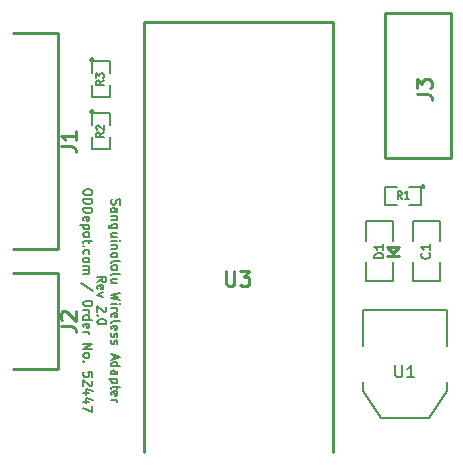
<source format=gto>
G04 (created by PCBNEW-RS274X (2011-nov-30)-testing) date Fri 20 Jul 2012 01:00:30 PM CDT*
%MOIN*%
G04 Gerber Fmt 3.4, Leading zero omitted, Abs format*
%FSLAX34Y34*%
G01*
G70*
G90*
G04 APERTURE LIST*
%ADD10C,0.006*%
%ADD11C,0.005*%
%ADD12C,0.008*%
%ADD13C,0.01*%
G04 APERTURE END LIST*
G54D10*
G54D11*
X50063Y-39217D02*
X50048Y-39259D01*
X50048Y-39330D01*
X50063Y-39359D01*
X50077Y-39373D01*
X50105Y-39387D01*
X50134Y-39387D01*
X50162Y-39373D01*
X50176Y-39359D01*
X50190Y-39330D01*
X50204Y-39274D01*
X50219Y-39245D01*
X50233Y-39231D01*
X50261Y-39217D01*
X50290Y-39217D01*
X50318Y-39231D01*
X50332Y-39245D01*
X50346Y-39274D01*
X50346Y-39344D01*
X50332Y-39387D01*
X50048Y-39643D02*
X50204Y-39643D01*
X50233Y-39628D01*
X50247Y-39600D01*
X50247Y-39543D01*
X50233Y-39515D01*
X50063Y-39643D02*
X50048Y-39614D01*
X50048Y-39543D01*
X50063Y-39515D01*
X50091Y-39501D01*
X50119Y-39501D01*
X50148Y-39515D01*
X50162Y-39543D01*
X50162Y-39614D01*
X50176Y-39643D01*
X50247Y-39785D02*
X50048Y-39785D01*
X50219Y-39785D02*
X50233Y-39799D01*
X50247Y-39828D01*
X50247Y-39870D01*
X50233Y-39898D01*
X50204Y-39913D01*
X50048Y-39913D01*
X50247Y-40183D02*
X50006Y-40183D01*
X49977Y-40168D01*
X49963Y-40154D01*
X49949Y-40126D01*
X49949Y-40083D01*
X49963Y-40055D01*
X50063Y-40183D02*
X50048Y-40154D01*
X50048Y-40098D01*
X50063Y-40069D01*
X50077Y-40055D01*
X50105Y-40041D01*
X50190Y-40041D01*
X50219Y-40055D01*
X50233Y-40069D01*
X50247Y-40098D01*
X50247Y-40154D01*
X50233Y-40183D01*
X50247Y-40453D02*
X50048Y-40453D01*
X50247Y-40325D02*
X50091Y-40325D01*
X50063Y-40339D01*
X50048Y-40368D01*
X50048Y-40410D01*
X50063Y-40438D01*
X50077Y-40453D01*
X50048Y-40595D02*
X50247Y-40595D01*
X50346Y-40595D02*
X50332Y-40581D01*
X50318Y-40595D01*
X50332Y-40609D01*
X50346Y-40595D01*
X50318Y-40595D01*
X50247Y-40737D02*
X50048Y-40737D01*
X50219Y-40737D02*
X50233Y-40751D01*
X50247Y-40780D01*
X50247Y-40822D01*
X50233Y-40850D01*
X50204Y-40865D01*
X50048Y-40865D01*
X50048Y-41050D02*
X50063Y-41021D01*
X50077Y-41007D01*
X50105Y-40993D01*
X50190Y-40993D01*
X50219Y-41007D01*
X50233Y-41021D01*
X50247Y-41050D01*
X50247Y-41092D01*
X50233Y-41120D01*
X50219Y-41135D01*
X50190Y-41149D01*
X50105Y-41149D01*
X50077Y-41135D01*
X50063Y-41120D01*
X50048Y-41092D01*
X50048Y-41050D01*
X50048Y-41320D02*
X50063Y-41291D01*
X50091Y-41277D01*
X50346Y-41277D01*
X50048Y-41476D02*
X50063Y-41447D01*
X50077Y-41433D01*
X50105Y-41419D01*
X50190Y-41419D01*
X50219Y-41433D01*
X50233Y-41447D01*
X50247Y-41476D01*
X50247Y-41518D01*
X50233Y-41546D01*
X50219Y-41561D01*
X50190Y-41575D01*
X50105Y-41575D01*
X50077Y-41561D01*
X50063Y-41546D01*
X50048Y-41518D01*
X50048Y-41476D01*
X50048Y-41746D02*
X50063Y-41717D01*
X50091Y-41703D01*
X50346Y-41703D01*
X50247Y-41987D02*
X50048Y-41987D01*
X50247Y-41859D02*
X50091Y-41859D01*
X50063Y-41873D01*
X50048Y-41902D01*
X50048Y-41944D01*
X50063Y-41972D01*
X50077Y-41987D01*
X50346Y-42328D02*
X50048Y-42399D01*
X50261Y-42455D01*
X50048Y-42512D01*
X50346Y-42583D01*
X50048Y-42697D02*
X50247Y-42697D01*
X50346Y-42697D02*
X50332Y-42683D01*
X50318Y-42697D01*
X50332Y-42711D01*
X50346Y-42697D01*
X50318Y-42697D01*
X50048Y-42839D02*
X50247Y-42839D01*
X50190Y-42839D02*
X50219Y-42853D01*
X50233Y-42867D01*
X50247Y-42896D01*
X50247Y-42924D01*
X50063Y-43136D02*
X50048Y-43108D01*
X50048Y-43051D01*
X50063Y-43023D01*
X50091Y-43009D01*
X50204Y-43009D01*
X50233Y-43023D01*
X50247Y-43051D01*
X50247Y-43108D01*
X50233Y-43136D01*
X50204Y-43151D01*
X50176Y-43151D01*
X50148Y-43009D01*
X50048Y-43321D02*
X50063Y-43292D01*
X50091Y-43278D01*
X50346Y-43278D01*
X50063Y-43547D02*
X50048Y-43519D01*
X50048Y-43462D01*
X50063Y-43434D01*
X50091Y-43420D01*
X50204Y-43420D01*
X50233Y-43434D01*
X50247Y-43462D01*
X50247Y-43519D01*
X50233Y-43547D01*
X50204Y-43562D01*
X50176Y-43562D01*
X50148Y-43420D01*
X50063Y-43675D02*
X50048Y-43703D01*
X50048Y-43760D01*
X50063Y-43788D01*
X50091Y-43802D01*
X50105Y-43802D01*
X50134Y-43788D01*
X50148Y-43760D01*
X50148Y-43717D01*
X50162Y-43689D01*
X50190Y-43675D01*
X50204Y-43675D01*
X50233Y-43689D01*
X50247Y-43717D01*
X50247Y-43760D01*
X50233Y-43788D01*
X50063Y-43916D02*
X50048Y-43944D01*
X50048Y-44001D01*
X50063Y-44029D01*
X50091Y-44043D01*
X50105Y-44043D01*
X50134Y-44029D01*
X50148Y-44001D01*
X50148Y-43958D01*
X50162Y-43930D01*
X50190Y-43916D01*
X50204Y-43916D01*
X50233Y-43930D01*
X50247Y-43958D01*
X50247Y-44001D01*
X50233Y-44029D01*
X50134Y-44384D02*
X50134Y-44526D01*
X50048Y-44355D02*
X50346Y-44455D01*
X50048Y-44554D01*
X50048Y-44781D02*
X50346Y-44781D01*
X50063Y-44781D02*
X50048Y-44752D01*
X50048Y-44696D01*
X50063Y-44667D01*
X50077Y-44653D01*
X50105Y-44639D01*
X50190Y-44639D01*
X50219Y-44653D01*
X50233Y-44667D01*
X50247Y-44696D01*
X50247Y-44752D01*
X50233Y-44781D01*
X50048Y-45051D02*
X50204Y-45051D01*
X50233Y-45036D01*
X50247Y-45008D01*
X50247Y-44951D01*
X50233Y-44923D01*
X50063Y-45051D02*
X50048Y-45022D01*
X50048Y-44951D01*
X50063Y-44923D01*
X50091Y-44909D01*
X50119Y-44909D01*
X50148Y-44923D01*
X50162Y-44951D01*
X50162Y-45022D01*
X50176Y-45051D01*
X50247Y-45193D02*
X49949Y-45193D01*
X50233Y-45193D02*
X50247Y-45221D01*
X50247Y-45278D01*
X50233Y-45306D01*
X50219Y-45321D01*
X50190Y-45335D01*
X50105Y-45335D01*
X50077Y-45321D01*
X50063Y-45306D01*
X50048Y-45278D01*
X50048Y-45221D01*
X50063Y-45193D01*
X50247Y-45420D02*
X50247Y-45534D01*
X50346Y-45463D02*
X50091Y-45463D01*
X50063Y-45477D01*
X50048Y-45506D01*
X50048Y-45534D01*
X50063Y-45746D02*
X50048Y-45718D01*
X50048Y-45661D01*
X50063Y-45633D01*
X50091Y-45619D01*
X50204Y-45619D01*
X50233Y-45633D01*
X50247Y-45661D01*
X50247Y-45718D01*
X50233Y-45746D01*
X50204Y-45761D01*
X50176Y-45761D01*
X50148Y-45619D01*
X50048Y-45888D02*
X50247Y-45888D01*
X50190Y-45888D02*
X50219Y-45902D01*
X50233Y-45916D01*
X50247Y-45945D01*
X50247Y-45973D01*
X49581Y-41963D02*
X49723Y-41864D01*
X49581Y-41793D02*
X49879Y-41793D01*
X49879Y-41906D01*
X49865Y-41935D01*
X49851Y-41949D01*
X49823Y-41963D01*
X49780Y-41963D01*
X49752Y-41949D01*
X49737Y-41935D01*
X49723Y-41906D01*
X49723Y-41793D01*
X49596Y-42204D02*
X49581Y-42176D01*
X49581Y-42119D01*
X49596Y-42091D01*
X49624Y-42077D01*
X49737Y-42077D01*
X49766Y-42091D01*
X49780Y-42119D01*
X49780Y-42176D01*
X49766Y-42204D01*
X49737Y-42219D01*
X49709Y-42219D01*
X49681Y-42077D01*
X49780Y-42318D02*
X49581Y-42389D01*
X49780Y-42459D01*
X49851Y-42786D02*
X49865Y-42800D01*
X49879Y-42828D01*
X49879Y-42899D01*
X49865Y-42928D01*
X49851Y-42942D01*
X49823Y-42956D01*
X49794Y-42956D01*
X49752Y-42942D01*
X49581Y-42772D01*
X49581Y-42956D01*
X49610Y-43084D02*
X49596Y-43098D01*
X49581Y-43084D01*
X49596Y-43070D01*
X49610Y-43084D01*
X49581Y-43084D01*
X49879Y-43283D02*
X49879Y-43311D01*
X49865Y-43339D01*
X49851Y-43354D01*
X49823Y-43368D01*
X49766Y-43382D01*
X49695Y-43382D01*
X49638Y-43368D01*
X49610Y-43354D01*
X49596Y-43339D01*
X49581Y-43311D01*
X49581Y-43283D01*
X49596Y-43254D01*
X49610Y-43240D01*
X49638Y-43226D01*
X49695Y-43212D01*
X49766Y-43212D01*
X49823Y-43226D01*
X49851Y-43240D01*
X49865Y-43254D01*
X49879Y-43283D01*
X49412Y-38955D02*
X49412Y-39011D01*
X49398Y-39040D01*
X49370Y-39068D01*
X49313Y-39082D01*
X49214Y-39082D01*
X49157Y-39068D01*
X49129Y-39040D01*
X49114Y-39011D01*
X49114Y-38955D01*
X49129Y-38926D01*
X49157Y-38898D01*
X49214Y-38884D01*
X49313Y-38884D01*
X49370Y-38898D01*
X49398Y-38926D01*
X49412Y-38955D01*
X49114Y-39210D02*
X49412Y-39210D01*
X49412Y-39281D01*
X49398Y-39323D01*
X49370Y-39352D01*
X49341Y-39366D01*
X49285Y-39380D01*
X49242Y-39380D01*
X49185Y-39366D01*
X49157Y-39352D01*
X49129Y-39323D01*
X49114Y-39281D01*
X49114Y-39210D01*
X49114Y-39508D02*
X49412Y-39508D01*
X49412Y-39579D01*
X49398Y-39621D01*
X49370Y-39650D01*
X49341Y-39664D01*
X49285Y-39678D01*
X49242Y-39678D01*
X49185Y-39664D01*
X49157Y-39650D01*
X49129Y-39621D01*
X49114Y-39579D01*
X49114Y-39508D01*
X49129Y-39919D02*
X49114Y-39891D01*
X49114Y-39834D01*
X49129Y-39806D01*
X49157Y-39792D01*
X49270Y-39792D01*
X49299Y-39806D01*
X49313Y-39834D01*
X49313Y-39891D01*
X49299Y-39919D01*
X49270Y-39934D01*
X49242Y-39934D01*
X49214Y-39792D01*
X49313Y-40061D02*
X49015Y-40061D01*
X49299Y-40061D02*
X49313Y-40089D01*
X49313Y-40146D01*
X49299Y-40174D01*
X49285Y-40189D01*
X49256Y-40203D01*
X49171Y-40203D01*
X49143Y-40189D01*
X49129Y-40174D01*
X49114Y-40146D01*
X49114Y-40089D01*
X49129Y-40061D01*
X49114Y-40374D02*
X49129Y-40345D01*
X49143Y-40331D01*
X49171Y-40317D01*
X49256Y-40317D01*
X49285Y-40331D01*
X49299Y-40345D01*
X49313Y-40374D01*
X49313Y-40416D01*
X49299Y-40444D01*
X49285Y-40459D01*
X49256Y-40473D01*
X49171Y-40473D01*
X49143Y-40459D01*
X49129Y-40444D01*
X49114Y-40416D01*
X49114Y-40374D01*
X49313Y-40558D02*
X49313Y-40672D01*
X49412Y-40601D02*
X49157Y-40601D01*
X49129Y-40615D01*
X49114Y-40644D01*
X49114Y-40672D01*
X49143Y-40771D02*
X49129Y-40785D01*
X49114Y-40771D01*
X49129Y-40757D01*
X49143Y-40771D01*
X49114Y-40771D01*
X49129Y-41041D02*
X49114Y-41012D01*
X49114Y-40956D01*
X49129Y-40927D01*
X49143Y-40913D01*
X49171Y-40899D01*
X49256Y-40899D01*
X49285Y-40913D01*
X49299Y-40927D01*
X49313Y-40956D01*
X49313Y-41012D01*
X49299Y-41041D01*
X49114Y-41211D02*
X49129Y-41182D01*
X49143Y-41168D01*
X49171Y-41154D01*
X49256Y-41154D01*
X49285Y-41168D01*
X49299Y-41182D01*
X49313Y-41211D01*
X49313Y-41253D01*
X49299Y-41281D01*
X49285Y-41296D01*
X49256Y-41310D01*
X49171Y-41310D01*
X49143Y-41296D01*
X49129Y-41281D01*
X49114Y-41253D01*
X49114Y-41211D01*
X49114Y-41438D02*
X49313Y-41438D01*
X49285Y-41438D02*
X49299Y-41452D01*
X49313Y-41481D01*
X49313Y-41523D01*
X49299Y-41551D01*
X49270Y-41566D01*
X49114Y-41566D01*
X49270Y-41566D02*
X49299Y-41580D01*
X49313Y-41608D01*
X49313Y-41651D01*
X49299Y-41679D01*
X49270Y-41693D01*
X49114Y-41693D01*
X49427Y-42275D02*
X49043Y-42019D01*
X49412Y-42658D02*
X49412Y-42714D01*
X49398Y-42743D01*
X49370Y-42771D01*
X49313Y-42785D01*
X49214Y-42785D01*
X49157Y-42771D01*
X49129Y-42743D01*
X49114Y-42714D01*
X49114Y-42658D01*
X49129Y-42629D01*
X49157Y-42601D01*
X49214Y-42587D01*
X49313Y-42587D01*
X49370Y-42601D01*
X49398Y-42629D01*
X49412Y-42658D01*
X49114Y-42913D02*
X49313Y-42913D01*
X49256Y-42913D02*
X49285Y-42927D01*
X49299Y-42941D01*
X49313Y-42970D01*
X49313Y-42998D01*
X49114Y-43225D02*
X49412Y-43225D01*
X49129Y-43225D02*
X49114Y-43196D01*
X49114Y-43140D01*
X49129Y-43111D01*
X49143Y-43097D01*
X49171Y-43083D01*
X49256Y-43083D01*
X49285Y-43097D01*
X49299Y-43111D01*
X49313Y-43140D01*
X49313Y-43196D01*
X49299Y-43225D01*
X49129Y-43480D02*
X49114Y-43452D01*
X49114Y-43395D01*
X49129Y-43367D01*
X49157Y-43353D01*
X49270Y-43353D01*
X49299Y-43367D01*
X49313Y-43395D01*
X49313Y-43452D01*
X49299Y-43480D01*
X49270Y-43495D01*
X49242Y-43495D01*
X49214Y-43353D01*
X49114Y-43622D02*
X49313Y-43622D01*
X49256Y-43622D02*
X49285Y-43636D01*
X49299Y-43650D01*
X49313Y-43679D01*
X49313Y-43707D01*
X49114Y-44033D02*
X49412Y-44033D01*
X49114Y-44203D01*
X49412Y-44203D01*
X49114Y-44388D02*
X49129Y-44359D01*
X49143Y-44345D01*
X49171Y-44331D01*
X49256Y-44331D01*
X49285Y-44345D01*
X49299Y-44359D01*
X49313Y-44388D01*
X49313Y-44430D01*
X49299Y-44458D01*
X49285Y-44473D01*
X49256Y-44487D01*
X49171Y-44487D01*
X49143Y-44473D01*
X49129Y-44458D01*
X49114Y-44430D01*
X49114Y-44388D01*
X49143Y-44615D02*
X49129Y-44629D01*
X49114Y-44615D01*
X49129Y-44601D01*
X49143Y-44615D01*
X49114Y-44615D01*
X49412Y-45126D02*
X49412Y-44984D01*
X49270Y-44970D01*
X49285Y-44984D01*
X49299Y-45012D01*
X49299Y-45083D01*
X49285Y-45112D01*
X49270Y-45126D01*
X49242Y-45140D01*
X49171Y-45140D01*
X49143Y-45126D01*
X49129Y-45112D01*
X49114Y-45083D01*
X49114Y-45012D01*
X49129Y-44984D01*
X49143Y-44970D01*
X49384Y-45254D02*
X49398Y-45268D01*
X49412Y-45296D01*
X49412Y-45367D01*
X49398Y-45396D01*
X49384Y-45410D01*
X49356Y-45424D01*
X49327Y-45424D01*
X49285Y-45410D01*
X49114Y-45240D01*
X49114Y-45424D01*
X49313Y-45680D02*
X49114Y-45680D01*
X49427Y-45609D02*
X49214Y-45538D01*
X49214Y-45722D01*
X49313Y-45964D02*
X49114Y-45964D01*
X49427Y-45893D02*
X49214Y-45822D01*
X49214Y-46006D01*
X49412Y-46092D02*
X49412Y-46290D01*
X49114Y-46163D01*
G54D12*
X61220Y-44090D02*
X61220Y-42890D01*
X61220Y-42890D02*
X58420Y-42890D01*
X58420Y-42890D02*
X58420Y-44090D01*
X61220Y-45290D02*
X61220Y-45590D01*
X61220Y-45590D02*
X60620Y-46490D01*
X60620Y-46490D02*
X59020Y-46490D01*
X59020Y-46490D02*
X58420Y-45590D01*
X58420Y-45590D02*
X58420Y-45290D01*
G54D11*
X60100Y-41950D02*
X61000Y-41950D01*
X61000Y-41950D02*
X61000Y-41300D01*
X60100Y-40600D02*
X60100Y-39950D01*
X60100Y-39950D02*
X61000Y-39950D01*
X61000Y-39950D02*
X61000Y-40600D01*
X60100Y-41300D02*
X60100Y-41950D01*
X60470Y-38790D02*
X60469Y-38799D01*
X60466Y-38809D01*
X60461Y-38817D01*
X60455Y-38825D01*
X60447Y-38831D01*
X60439Y-38836D01*
X60430Y-38838D01*
X60420Y-38839D01*
X60411Y-38839D01*
X60402Y-38836D01*
X60393Y-38831D01*
X60386Y-38825D01*
X60379Y-38818D01*
X60375Y-38809D01*
X60372Y-38800D01*
X60371Y-38790D01*
X60371Y-38781D01*
X60374Y-38772D01*
X60378Y-38763D01*
X60385Y-38756D01*
X60392Y-38749D01*
X60400Y-38745D01*
X60410Y-38742D01*
X60419Y-38741D01*
X60428Y-38741D01*
X60438Y-38744D01*
X60446Y-38748D01*
X60454Y-38754D01*
X60460Y-38762D01*
X60465Y-38770D01*
X60468Y-38779D01*
X60469Y-38789D01*
X60470Y-38790D01*
X59970Y-38790D02*
X60370Y-38790D01*
X60370Y-38790D02*
X60370Y-39390D01*
X60370Y-39390D02*
X59970Y-39390D01*
X59570Y-39390D02*
X59170Y-39390D01*
X59170Y-39390D02*
X59170Y-38790D01*
X59170Y-38790D02*
X59570Y-38790D01*
G54D13*
X59640Y-40790D02*
X59240Y-40790D01*
X59240Y-40790D02*
X59440Y-40990D01*
X59440Y-40990D02*
X59640Y-40790D01*
X59640Y-41110D02*
X59240Y-41110D01*
G54D11*
X59440Y-39950D02*
X58540Y-39950D01*
X58540Y-39950D02*
X58540Y-40600D01*
X59440Y-41300D02*
X59440Y-41950D01*
X59440Y-41950D02*
X58540Y-41950D01*
X58540Y-41950D02*
X58540Y-41300D01*
X59440Y-40600D02*
X59440Y-39950D01*
X49440Y-36290D02*
X49439Y-36299D01*
X49436Y-36309D01*
X49431Y-36317D01*
X49425Y-36325D01*
X49417Y-36331D01*
X49409Y-36336D01*
X49400Y-36338D01*
X49390Y-36339D01*
X49381Y-36339D01*
X49372Y-36336D01*
X49363Y-36331D01*
X49356Y-36325D01*
X49349Y-36318D01*
X49345Y-36309D01*
X49342Y-36300D01*
X49341Y-36290D01*
X49341Y-36281D01*
X49344Y-36272D01*
X49348Y-36263D01*
X49355Y-36256D01*
X49362Y-36249D01*
X49370Y-36245D01*
X49380Y-36242D01*
X49389Y-36241D01*
X49398Y-36241D01*
X49408Y-36244D01*
X49416Y-36248D01*
X49424Y-36254D01*
X49430Y-36262D01*
X49435Y-36270D01*
X49438Y-36279D01*
X49439Y-36289D01*
X49440Y-36290D01*
X49390Y-36740D02*
X49390Y-36340D01*
X49390Y-36340D02*
X49990Y-36340D01*
X49990Y-36340D02*
X49990Y-36740D01*
X49990Y-37140D02*
X49990Y-37540D01*
X49990Y-37540D02*
X49390Y-37540D01*
X49390Y-37540D02*
X49390Y-37140D01*
X49440Y-34560D02*
X49439Y-34569D01*
X49436Y-34579D01*
X49431Y-34587D01*
X49425Y-34595D01*
X49417Y-34601D01*
X49409Y-34606D01*
X49400Y-34608D01*
X49390Y-34609D01*
X49381Y-34609D01*
X49372Y-34606D01*
X49363Y-34601D01*
X49356Y-34595D01*
X49349Y-34588D01*
X49345Y-34579D01*
X49342Y-34570D01*
X49341Y-34560D01*
X49341Y-34551D01*
X49344Y-34542D01*
X49348Y-34533D01*
X49355Y-34526D01*
X49362Y-34519D01*
X49370Y-34515D01*
X49380Y-34512D01*
X49389Y-34511D01*
X49398Y-34511D01*
X49408Y-34514D01*
X49416Y-34518D01*
X49424Y-34524D01*
X49430Y-34532D01*
X49435Y-34540D01*
X49438Y-34549D01*
X49439Y-34559D01*
X49440Y-34560D01*
X49390Y-35010D02*
X49390Y-34610D01*
X49390Y-34610D02*
X49990Y-34610D01*
X49990Y-34610D02*
X49990Y-35010D01*
X49990Y-35410D02*
X49990Y-35810D01*
X49990Y-35810D02*
X49390Y-35810D01*
X49390Y-35810D02*
X49390Y-35410D01*
G54D13*
X59169Y-37840D02*
X59169Y-32990D01*
X59169Y-32990D02*
X61369Y-32990D01*
X61368Y-32990D02*
X61369Y-37840D01*
X61369Y-37840D02*
X59169Y-37840D01*
X51140Y-47650D02*
X51140Y-33300D01*
X51140Y-33300D02*
X57440Y-33300D01*
X57440Y-33300D02*
X57440Y-47650D01*
X46750Y-33680D02*
X48250Y-33680D01*
X48250Y-33680D02*
X48250Y-40880D01*
X48250Y-40880D02*
X46750Y-40880D01*
X46750Y-41680D02*
X48250Y-41680D01*
X48250Y-41680D02*
X48250Y-44880D01*
X48250Y-44880D02*
X46750Y-44880D01*
G54D12*
X59515Y-44752D02*
X59515Y-45076D01*
X59534Y-45114D01*
X59553Y-45133D01*
X59591Y-45152D01*
X59668Y-45152D01*
X59706Y-45133D01*
X59725Y-45114D01*
X59744Y-45076D01*
X59744Y-44752D01*
X60144Y-45152D02*
X59915Y-45152D01*
X60029Y-45152D02*
X60029Y-44752D01*
X59991Y-44809D01*
X59953Y-44847D01*
X59915Y-44866D01*
G54D11*
X60643Y-41000D02*
X60657Y-41014D01*
X60671Y-41057D01*
X60671Y-41086D01*
X60657Y-41129D01*
X60629Y-41157D01*
X60600Y-41172D01*
X60543Y-41186D01*
X60500Y-41186D01*
X60443Y-41172D01*
X60414Y-41157D01*
X60386Y-41129D01*
X60371Y-41086D01*
X60371Y-41057D01*
X60386Y-41014D01*
X60400Y-41000D01*
X60671Y-40714D02*
X60671Y-40886D01*
X60671Y-40800D02*
X60371Y-40800D01*
X60414Y-40829D01*
X60443Y-40857D01*
X60457Y-40886D01*
X59728Y-39191D02*
X59645Y-39072D01*
X59586Y-39191D02*
X59586Y-38941D01*
X59681Y-38941D01*
X59705Y-38953D01*
X59716Y-38965D01*
X59728Y-38989D01*
X59728Y-39025D01*
X59716Y-39048D01*
X59705Y-39060D01*
X59681Y-39072D01*
X59586Y-39072D01*
X59966Y-39191D02*
X59824Y-39191D01*
X59895Y-39191D02*
X59895Y-38941D01*
X59871Y-38977D01*
X59847Y-39001D01*
X59824Y-39013D01*
X59111Y-41172D02*
X58811Y-41172D01*
X58811Y-41100D01*
X58826Y-41057D01*
X58854Y-41029D01*
X58883Y-41014D01*
X58940Y-41000D01*
X58983Y-41000D01*
X59040Y-41014D01*
X59069Y-41029D01*
X59097Y-41057D01*
X59111Y-41100D01*
X59111Y-41172D01*
X59111Y-40714D02*
X59111Y-40886D01*
X59111Y-40800D02*
X58811Y-40800D01*
X58854Y-40829D01*
X58883Y-40857D01*
X58897Y-40886D01*
X49791Y-36982D02*
X49672Y-37065D01*
X49791Y-37124D02*
X49541Y-37124D01*
X49541Y-37029D01*
X49553Y-37005D01*
X49565Y-36994D01*
X49589Y-36982D01*
X49625Y-36982D01*
X49648Y-36994D01*
X49660Y-37005D01*
X49672Y-37029D01*
X49672Y-37124D01*
X49565Y-36886D02*
X49553Y-36874D01*
X49541Y-36851D01*
X49541Y-36791D01*
X49553Y-36767D01*
X49565Y-36755D01*
X49589Y-36744D01*
X49613Y-36744D01*
X49648Y-36755D01*
X49791Y-36898D01*
X49791Y-36744D01*
X49791Y-35252D02*
X49672Y-35335D01*
X49791Y-35394D02*
X49541Y-35394D01*
X49541Y-35299D01*
X49553Y-35275D01*
X49565Y-35264D01*
X49589Y-35252D01*
X49625Y-35252D01*
X49648Y-35264D01*
X49660Y-35275D01*
X49672Y-35299D01*
X49672Y-35394D01*
X49541Y-35168D02*
X49541Y-35014D01*
X49636Y-35097D01*
X49636Y-35061D01*
X49648Y-35037D01*
X49660Y-35025D01*
X49684Y-35014D01*
X49744Y-35014D01*
X49767Y-35025D01*
X49779Y-35037D01*
X49791Y-35061D01*
X49791Y-35133D01*
X49779Y-35156D01*
X49767Y-35168D01*
G54D13*
X60222Y-35706D02*
X60580Y-35706D01*
X60651Y-35730D01*
X60699Y-35778D01*
X60722Y-35849D01*
X60722Y-35897D01*
X60222Y-35516D02*
X60222Y-35206D01*
X60413Y-35373D01*
X60413Y-35301D01*
X60437Y-35254D01*
X60460Y-35230D01*
X60508Y-35206D01*
X60627Y-35206D01*
X60675Y-35230D01*
X60699Y-35254D01*
X60722Y-35301D01*
X60722Y-35444D01*
X60699Y-35492D01*
X60675Y-35516D01*
X53859Y-41602D02*
X53859Y-42007D01*
X53883Y-42055D01*
X53907Y-42079D01*
X53954Y-42102D01*
X54050Y-42102D01*
X54097Y-42079D01*
X54121Y-42055D01*
X54145Y-42007D01*
X54145Y-41602D01*
X54335Y-41602D02*
X54645Y-41602D01*
X54478Y-41793D01*
X54550Y-41793D01*
X54597Y-41817D01*
X54621Y-41840D01*
X54645Y-41888D01*
X54645Y-42007D01*
X54621Y-42055D01*
X54597Y-42079D01*
X54550Y-42102D01*
X54407Y-42102D01*
X54359Y-42079D01*
X54335Y-42055D01*
X48352Y-37446D02*
X48710Y-37446D01*
X48781Y-37470D01*
X48829Y-37518D01*
X48852Y-37589D01*
X48852Y-37637D01*
X48852Y-36946D02*
X48852Y-37232D01*
X48852Y-37089D02*
X48352Y-37089D01*
X48424Y-37137D01*
X48471Y-37184D01*
X48495Y-37232D01*
X48352Y-43446D02*
X48710Y-43446D01*
X48781Y-43470D01*
X48829Y-43518D01*
X48852Y-43589D01*
X48852Y-43637D01*
X48400Y-43232D02*
X48376Y-43208D01*
X48352Y-43160D01*
X48352Y-43041D01*
X48376Y-42994D01*
X48400Y-42970D01*
X48448Y-42946D01*
X48495Y-42946D01*
X48567Y-42970D01*
X48852Y-43256D01*
X48852Y-42946D01*
M02*

</source>
